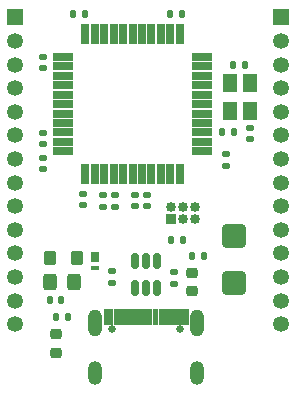
<source format=gbr>
%TF.GenerationSoftware,KiCad,Pcbnew,9.0.4*%
%TF.CreationDate,2025-12-08T21:07:13-08:00*%
%TF.ProjectId,ATmega32u4_Dev,41546d65-6761-4333-9275-345f4465762e,rev?*%
%TF.SameCoordinates,Original*%
%TF.FileFunction,Soldermask,Top*%
%TF.FilePolarity,Negative*%
%FSLAX46Y46*%
G04 Gerber Fmt 4.6, Leading zero omitted, Abs format (unit mm)*
G04 Created by KiCad (PCBNEW 9.0.4) date 2025-12-08 21:07:13*
%MOMM*%
%LPD*%
G01*
G04 APERTURE LIST*
G04 Aperture macros list*
%AMRoundRect*
0 Rectangle with rounded corners*
0 $1 Rounding radius*
0 $2 $3 $4 $5 $6 $7 $8 $9 X,Y pos of 4 corners*
0 Add a 4 corners polygon primitive as box body*
4,1,4,$2,$3,$4,$5,$6,$7,$8,$9,$2,$3,0*
0 Add four circle primitives for the rounded corners*
1,1,$1+$1,$2,$3*
1,1,$1+$1,$4,$5*
1,1,$1+$1,$6,$7*
1,1,$1+$1,$8,$9*
0 Add four rect primitives between the rounded corners*
20,1,$1+$1,$2,$3,$4,$5,0*
20,1,$1+$1,$4,$5,$6,$7,0*
20,1,$1+$1,$6,$7,$8,$9,0*
20,1,$1+$1,$8,$9,$2,$3,0*%
G04 Aperture macros list end*
%ADD10C,0.010000*%
%ADD11RoundRect,0.140000X-0.140000X-0.170000X0.140000X-0.170000X0.140000X0.170000X-0.140000X0.170000X0*%
%ADD12R,1.350000X1.350000*%
%ADD13C,1.350000*%
%ADD14RoundRect,0.140000X-0.170000X0.140000X-0.170000X-0.140000X0.170000X-0.140000X0.170000X0.140000X0*%
%ADD15RoundRect,0.135000X-0.185000X0.135000X-0.185000X-0.135000X0.185000X-0.135000X0.185000X0.135000X0*%
%ADD16R,0.850000X0.850000*%
%ADD17C,0.850000*%
%ADD18RoundRect,0.218750X0.256250X-0.218750X0.256250X0.218750X-0.256250X0.218750X-0.256250X-0.218750X0*%
%ADD19C,0.650000*%
%ADD20O,1.204000X2.304000*%
%ADD21O,1.204000X2.004000*%
%ADD22RoundRect,0.135000X0.185000X-0.135000X0.185000X0.135000X-0.185000X0.135000X-0.185000X-0.135000X0*%
%ADD23RoundRect,0.250000X-0.275000X-0.350000X0.275000X-0.350000X0.275000X0.350000X-0.275000X0.350000X0*%
%ADD24RoundRect,0.250000X0.325000X0.450000X-0.325000X0.450000X-0.325000X-0.450000X0.325000X-0.450000X0*%
%ADD25RoundRect,0.135000X-0.135000X-0.185000X0.135000X-0.185000X0.135000X0.185000X-0.135000X0.185000X0*%
%ADD26RoundRect,0.102000X0.250000X-0.750000X0.250000X0.750000X-0.250000X0.750000X-0.250000X-0.750000X0*%
%ADD27RoundRect,0.102000X0.750000X-0.250000X0.750000X0.250000X-0.750000X0.250000X-0.750000X-0.250000X0*%
%ADD28RoundRect,0.140000X0.170000X-0.140000X0.170000X0.140000X-0.170000X0.140000X-0.170000X-0.140000X0*%
%ADD29RoundRect,0.150000X0.150000X-0.512500X0.150000X0.512500X-0.150000X0.512500X-0.150000X-0.512500X0*%
%ADD30RoundRect,0.102000X-0.525000X-0.650000X0.525000X-0.650000X0.525000X0.650000X-0.525000X0.650000X0*%
%ADD31RoundRect,0.075000X-0.275000X0.390000X-0.275000X-0.390000X0.275000X-0.390000X0.275000X0.390000X0*%
%ADD32RoundRect,0.075000X-0.275000X0.075000X-0.275000X-0.075000X0.275000X-0.075000X0.275000X0.075000X0*%
%ADD33RoundRect,0.135000X0.135000X0.185000X-0.135000X0.185000X-0.135000X-0.185000X0.135000X-0.185000X0*%
%ADD34RoundRect,0.300000X-0.700000X-0.700000X0.700000X-0.700000X0.700000X0.700000X-0.700000X0.700000X0*%
G04 APERTURE END LIST*
D10*
%TO.C,J1*%
X156000000Y-111420000D02*
X155300000Y-111420000D01*
X155300000Y-110170000D01*
X156000000Y-110170000D01*
X156000000Y-111420000D01*
G36*
X156000000Y-111420000D02*
G01*
X155300000Y-111420000D01*
X155300000Y-110170000D01*
X156000000Y-110170000D01*
X156000000Y-111420000D01*
G37*
X156800000Y-111420000D02*
X156100000Y-111420000D01*
X156100000Y-110170000D01*
X156800000Y-110170000D01*
X156800000Y-111420000D01*
G36*
X156800000Y-111420000D02*
G01*
X156100000Y-111420000D01*
X156100000Y-110170000D01*
X156800000Y-110170000D01*
X156800000Y-111420000D01*
G37*
X157300000Y-111420000D02*
X156900000Y-111420000D01*
X156900000Y-110170000D01*
X157300000Y-110170000D01*
X157300000Y-111420000D01*
G36*
X157300000Y-111420000D02*
G01*
X156900000Y-111420000D01*
X156900000Y-110170000D01*
X157300000Y-110170000D01*
X157300000Y-111420000D01*
G37*
X157800000Y-111420000D02*
X157400000Y-111420000D01*
X157400000Y-110170000D01*
X157800000Y-110170000D01*
X157800000Y-111420000D01*
G36*
X157800000Y-111420000D02*
G01*
X157400000Y-111420000D01*
X157400000Y-110170000D01*
X157800000Y-110170000D01*
X157800000Y-111420000D01*
G37*
X158300000Y-111420000D02*
X157900000Y-111420000D01*
X157900000Y-110170000D01*
X158300000Y-110170000D01*
X158300000Y-111420000D01*
G36*
X158300000Y-111420000D02*
G01*
X157900000Y-111420000D01*
X157900000Y-110170000D01*
X158300000Y-110170000D01*
X158300000Y-111420000D01*
G37*
X158800000Y-111420000D02*
X158400000Y-111420000D01*
X158400000Y-110170000D01*
X158800000Y-110170000D01*
X158800000Y-111420000D01*
G36*
X158800000Y-111420000D02*
G01*
X158400000Y-111420000D01*
X158400000Y-110170000D01*
X158800000Y-110170000D01*
X158800000Y-111420000D01*
G37*
X159300000Y-111420000D02*
X158900000Y-111420000D01*
X158900000Y-110170000D01*
X159300000Y-110170000D01*
X159300000Y-111420000D01*
G36*
X159300000Y-111420000D02*
G01*
X158900000Y-111420000D01*
X158900000Y-110170000D01*
X159300000Y-110170000D01*
X159300000Y-111420000D01*
G37*
X159800000Y-111420000D02*
X159400000Y-111420000D01*
X159400000Y-110170000D01*
X159800000Y-110170000D01*
X159800000Y-111420000D01*
G36*
X159800000Y-111420000D02*
G01*
X159400000Y-111420000D01*
X159400000Y-110170000D01*
X159800000Y-110170000D01*
X159800000Y-111420000D01*
G37*
X160300000Y-111420000D02*
X159900000Y-111420000D01*
X159900000Y-110170000D01*
X160300000Y-110170000D01*
X160300000Y-111420000D01*
G36*
X160300000Y-111420000D02*
G01*
X159900000Y-111420000D01*
X159900000Y-110170000D01*
X160300000Y-110170000D01*
X160300000Y-111420000D01*
G37*
X160800000Y-111420000D02*
X160400000Y-111420000D01*
X160400000Y-110170000D01*
X160800000Y-110170000D01*
X160800000Y-111420000D01*
G36*
X160800000Y-111420000D02*
G01*
X160400000Y-111420000D01*
X160400000Y-110170000D01*
X160800000Y-110170000D01*
X160800000Y-111420000D01*
G37*
X161600000Y-111420000D02*
X160900000Y-111420000D01*
X160900000Y-110170000D01*
X161600000Y-110170000D01*
X161600000Y-111420000D01*
G36*
X161600000Y-111420000D02*
G01*
X160900000Y-111420000D01*
X160900000Y-110170000D01*
X161600000Y-110170000D01*
X161600000Y-111420000D01*
G37*
X162400000Y-111420000D02*
X161700000Y-111420000D01*
X161700000Y-110170000D01*
X162400000Y-110170000D01*
X162400000Y-111420000D01*
G36*
X162400000Y-111420000D02*
G01*
X161700000Y-111420000D01*
X161700000Y-110170000D01*
X162400000Y-110170000D01*
X162400000Y-111420000D01*
G37*
%TD*%
D11*
%TO.C,C1*%
X150690000Y-109400000D03*
X151650000Y-109400000D03*
%TD*%
%TO.C,C9*%
X166240000Y-89500000D03*
X167200000Y-89500000D03*
%TD*%
D12*
%TO.C,J3*%
X170250000Y-85450000D03*
D13*
X170250000Y-87450000D03*
X170250000Y-89450000D03*
X170250000Y-91450000D03*
X170250000Y-93450000D03*
X170250000Y-95450000D03*
X170250000Y-97450000D03*
X170250000Y-99450000D03*
X170250000Y-101450000D03*
X170250000Y-103450000D03*
X170250000Y-105450000D03*
X170250000Y-107450000D03*
X170250000Y-109450000D03*
X170250000Y-111450000D03*
%TD*%
D14*
%TO.C,C5*%
X150100000Y-97350000D03*
X150100000Y-98310000D03*
%TD*%
D15*
%TO.C,R1*%
X155950000Y-106940000D03*
X155950000Y-107960000D03*
%TD*%
D16*
%TO.C,J2*%
X160950000Y-102500000D03*
D17*
X160950000Y-101500000D03*
X161950000Y-102500000D03*
X161950000Y-101500000D03*
X162950000Y-102500000D03*
X162950000Y-101500000D03*
%TD*%
D18*
%TO.C,D1*%
X151200000Y-113837500D03*
X151200000Y-112262500D03*
%TD*%
D19*
%TO.C,J1*%
X155960000Y-111870000D03*
X161740000Y-111870000D03*
D20*
X154530000Y-111370000D03*
X163170000Y-111370000D03*
D21*
X154530000Y-115550000D03*
X163170000Y-115550000D03*
%TD*%
D22*
%TO.C,R2*%
X161200000Y-108060000D03*
X161200000Y-107040000D03*
%TD*%
D11*
%TO.C,C3*%
X160890000Y-85150000D03*
X161850000Y-85150000D03*
%TD*%
D23*
%TO.C,FB1*%
X150675000Y-105850000D03*
X152975000Y-105850000D03*
%TD*%
D24*
%TO.C,F1*%
X152750000Y-107850000D03*
X150700000Y-107850000D03*
%TD*%
D18*
%TO.C,D3*%
X162750000Y-108662500D03*
X162750000Y-107087500D03*
%TD*%
D25*
%TO.C,R6*%
X152680000Y-85150000D03*
X153700000Y-85150000D03*
%TD*%
D15*
%TO.C,R5*%
X165600000Y-97000000D03*
X165600000Y-98020000D03*
%TD*%
D26*
%TO.C,U1*%
X153700000Y-98700000D03*
X154500000Y-98700000D03*
X155300000Y-98700000D03*
X156100000Y-98700000D03*
X156900000Y-98700000D03*
X157700000Y-98700000D03*
X158500000Y-98700000D03*
X159300000Y-98700000D03*
X160100000Y-98700000D03*
X160900000Y-98700000D03*
X161700000Y-98700000D03*
D27*
X163600000Y-96800000D03*
X163600000Y-96000000D03*
X163600000Y-95200000D03*
X163600000Y-94400000D03*
X163600000Y-93600000D03*
X163600000Y-92800000D03*
X163600000Y-92000000D03*
X163600000Y-91200000D03*
X163600000Y-90400000D03*
X163600000Y-89600000D03*
X163600000Y-88800000D03*
D26*
X161700000Y-86900000D03*
X160900000Y-86900000D03*
X160100000Y-86900000D03*
X159300000Y-86900000D03*
X158500000Y-86900000D03*
X157700000Y-86900000D03*
X156900000Y-86900000D03*
X156100000Y-86900000D03*
X155300000Y-86900000D03*
X154500000Y-86900000D03*
X153700000Y-86900000D03*
D27*
X151800000Y-88800000D03*
X151800000Y-89600000D03*
X151800000Y-90400000D03*
X151800000Y-91200000D03*
X151800000Y-92000000D03*
X151800000Y-92800000D03*
X151800000Y-93600000D03*
X151800000Y-94400000D03*
X151800000Y-95200000D03*
X151800000Y-96000000D03*
X151800000Y-96800000D03*
%TD*%
D28*
%TO.C,C10*%
X150100000Y-96200000D03*
X150100000Y-95240000D03*
%TD*%
D14*
%TO.C,C4*%
X150100000Y-88820000D03*
X150100000Y-89780000D03*
%TD*%
D29*
%TO.C,U2*%
X157900000Y-108375000D03*
X158850000Y-108375000D03*
X159800000Y-108375000D03*
X159800000Y-106100000D03*
X158850000Y-106100000D03*
X157900000Y-106100000D03*
%TD*%
D14*
%TO.C,C7*%
X157950000Y-100470000D03*
X157950000Y-101430000D03*
%TD*%
D30*
%TO.C,Y1*%
X165925000Y-91050000D03*
X165925000Y-93350000D03*
X167675000Y-93350000D03*
X167675000Y-91050000D03*
%TD*%
D14*
%TO.C,C13*%
X158950000Y-100470000D03*
X158950000Y-101430000D03*
%TD*%
D31*
%TO.C,D2*%
X154550000Y-105765000D03*
D32*
X154550000Y-106650000D03*
%TD*%
D33*
%TO.C,R7*%
X163750000Y-105687500D03*
X162730000Y-105687500D03*
%TD*%
%TO.C,R8*%
X152250000Y-110837500D03*
X151230000Y-110837500D03*
%TD*%
D34*
%TO.C,SW1*%
X166325000Y-107975000D03*
X166325000Y-103975000D03*
%TD*%
D22*
%TO.C,R3*%
X156200000Y-101500000D03*
X156200000Y-100480000D03*
%TD*%
D11*
%TO.C,C11*%
X160990000Y-104300000D03*
X161950000Y-104300000D03*
%TD*%
%TO.C,C12*%
X165290000Y-95200000D03*
X166250000Y-95200000D03*
%TD*%
D22*
%TO.C,R4*%
X155200000Y-101500000D03*
X155200000Y-100480000D03*
%TD*%
D12*
%TO.C,J4*%
X147750000Y-85450000D03*
D13*
X147750000Y-87450000D03*
X147750000Y-89450000D03*
X147750000Y-91450000D03*
X147750000Y-93450000D03*
X147750000Y-95450000D03*
X147750000Y-97450000D03*
X147750000Y-99450000D03*
X147750000Y-101450000D03*
X147750000Y-103450000D03*
X147750000Y-105450000D03*
X147750000Y-107450000D03*
X147750000Y-109450000D03*
X147750000Y-111450000D03*
%TD*%
D14*
%TO.C,C8*%
X167650000Y-94790000D03*
X167650000Y-95750000D03*
%TD*%
%TO.C,C6*%
X153500000Y-100420000D03*
X153500000Y-101380000D03*
%TD*%
M02*

</source>
